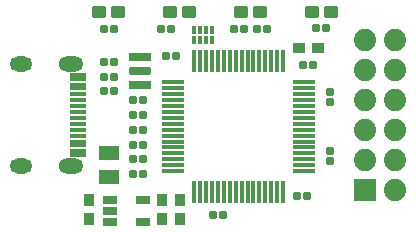
<source format=gts>
G04 Layer: TopSolderMaskLayer*
G04 EasyEDA Pro v2.1.51.8c9149c1.e57db4, 2024-03-20 17:40:01*
G04 Gerber Generator version 0.3*
G04 Scale: 100 percent, Rotated: No, Reflected: No*
G04 Dimensions in millimeters*
G04 Leading zeros omitted, absolute positions, 3 integers and 5 decimals*
%FSLAX35Y35*%
%MOMM*%
%AMRoundRect*1,1,$1,$2,$3*1,1,$1,$4,$5*1,1,$1,0-$2,0-$3*1,1,$1,0-$4,0-$5*20,1,$1,$2,$3,$4,$5,0*20,1,$1,$4,$5,0-$2,0-$3,0*20,1,$1,0-$2,0-$3,0-$4,0-$5,0*20,1,$1,0-$4,0-$5,$2,$3,0*4,1,4,$2,$3,$4,$5,0-$2,0-$3,0-$4,0-$5,$2,$3,0*%
%ADD10RoundRect,0.08771X-0.28977X0.27695X0.28977X0.27695*%
%ADD11RoundRect,0.09164X-0.40518X-0.45518X-0.40518X0.45518*%
%ADD12RoundRect,0.08771X0.28977X-0.27695X-0.28977X-0.27695*%
%ADD13RoundRect,0.17384X0.78968X0.51468X0.78968X-0.51468*%
%ADD14RoundRect,0.08941X0.55875X0.31745X0.55875X-0.31745*%
%ADD15RoundRect,0.08136X-0.16032X0.26282X0.16032X0.26282*%
%ADD16RoundRect,0.08982X-0.85609X-0.3311X-0.85609X0.3311*%
%ADD17RoundRect,0.08722X-0.85739X-0.25739X-0.85739X0.25739*%
%ADD18RoundRect,0.08771X0.27695X0.28977X0.27695X-0.28977*%
%ADD19RoundRect,0.08X0.66X0.16X0.66X-0.16*%
%ADD20O,1.902X1.302*%
%ADD21O,2.102X1.302*%
%ADD22RoundRect,0.08771X-0.27695X-0.28977X-0.27695X0.28977*%
%ADD23O,0.38003X1.90002*%
%ADD24O,1.90002X0.38003*%
%ADD25RoundRect,0.09675X-0.89162X-0.89162X-0.89162X0.89162*%
%ADD26C,1.88*%
%ADD27RoundRect,0.09164X-0.45518X0.40518X0.45518X0.40518*%
%ADD28RoundRect,0.16897X0.46711X-0.41711X-0.46711X-0.41711*%
G75*


G04 Pad Start*
G54D10*
G01X-406719Y-250000D03*
G01X-493282Y-250000D03*
G01X-406717Y-125000D03*
G01X-493281Y-125000D03*
G54D11*
G01X-99975Y-879864D03*
G01X-99975Y-719844D03*
G54D12*
G01X1033311Y424999D03*
G01X946747Y424999D03*
G54D10*
G01X-493282Y125000D03*
G01X-406719Y125000D03*
G54D12*
G01X-656717Y324999D03*
G01X-743280Y324999D03*
G54D10*
G01X-656719Y200000D03*
G01X-743282Y200000D03*
G54D13*
G01X-699999Y-525016D03*
G01X-699999Y-325016D03*
G54D10*
G01X-656719Y450000D03*
G01X-743282Y450000D03*
G54D11*
G01X-864850Y-879864D03*
G01X-864850Y-719844D03*
G01X-249977Y-879864D03*
G01X-249977Y-719844D03*
G54D14*
G01X-689692Y-907757D03*
G01X-689692Y-813777D03*
G01X-689692Y-717257D03*
G01X-410292Y-719797D03*
G01X-410292Y-907757D03*
G54D15*
G01X175006Y632250D03*
G01X124993Y632250D03*
G01X75006Y632250D03*
G01X24994Y632250D03*
G01X175006Y717747D03*
G01X124993Y717747D03*
G01X75006Y717747D03*
G01X24994Y717747D03*
G54D16*
G01X-436565Y255010D03*
G54D17*
G01X-436565Y374999D03*
G54D16*
G01X-436565Y494989D03*
G54D10*
G01X-406717Y0D03*
G01X-493281Y0D03*
G54D12*
G01X-493282Y-500000D03*
G01X-406719Y-500000D03*
G54D10*
G01X556717Y724999D03*
G01X643280Y724999D03*
G54D18*
G01X1175010Y195697D03*
G01X1175010Y109134D03*
G54D12*
G01X268283Y-850007D03*
G01X181720Y-850007D03*
G01X980789Y-687451D03*
G01X894226Y-687451D03*
G01X-743280Y725006D03*
G01X-656717Y725006D03*
G01X356718Y724999D03*
G01X443281Y724999D03*
G01X-255783Y724999D03*
G01X-169220Y724999D03*
G54D10*
G01X1143291Y737506D03*
G01X1056727Y737506D03*
G54D19*
G01X-958494Y335001D03*
G01X-958494Y305003D03*
G01X-958494Y254991D03*
G01X-958494Y224993D03*
G01X-958494Y175006D03*
G01X-958494Y124993D03*
G01X-958494Y75006D03*
G01X-958494Y24994D03*
G01X-958494Y-24994D03*
G01X-958494Y-75006D03*
G01X-958494Y-175006D03*
G01X-958519Y-224993D03*
G01X-958519Y-255016D03*
G01X-958494Y-305003D03*
G01X-958494Y-335001D03*
G01X-958494Y-124968D03*
G54D20*
G01X-1441500Y432003D03*
G01X-1441500Y-432003D03*
G54D21*
G01X-1023492Y-432003D03*
G01X-1023492Y432003D03*
G54D10*
G01X-218283Y500221D03*
G01X-131720Y500221D03*
G54D22*
G01X1175010Y-393284D03*
G01X1175010Y-306721D03*
G54D10*
G01X-493282Y-374999D03*
G01X-406719Y-374999D03*
G54D23*
G01X24994Y454990D03*
G01X75007Y454990D03*
G01X124994Y454990D03*
G01X175007Y454990D03*
G01X224994Y454990D03*
G01X275007Y454990D03*
G01X324994Y454990D03*
G01X375006Y454990D03*
G01X424994Y454990D03*
G01X475006Y454990D03*
G01X524993Y454990D03*
G01X575006Y454990D03*
G01X624993Y454990D03*
G01X675006Y454990D03*
G01X724993Y454990D03*
G01X775006Y454990D03*
G54D24*
G01X954990Y275006D03*
G01X954990Y224993D03*
G01X954990Y175006D03*
G01X954990Y124993D03*
G01X954990Y75006D03*
G01X954990Y24993D03*
G01X954990Y-24994D03*
G01X954990Y-75006D03*
G01X954990Y-124994D03*
G01X954990Y-175006D03*
G01X954990Y-224993D03*
G01X954990Y-275006D03*
G01X954990Y-324993D03*
G01X954990Y-375006D03*
G01X954990Y-424993D03*
G01X954990Y-475006D03*
G54D23*
G01X775006Y-654990D03*
G01X724993Y-654990D03*
G01X675006Y-654990D03*
G01X624993Y-654990D03*
G01X575006Y-654990D03*
G01X524993Y-654990D03*
G01X475006Y-654990D03*
G01X424994Y-654990D03*
G01X375006Y-654990D03*
G01X324994Y-654990D03*
G01X275007Y-654990D03*
G01X224994Y-654990D03*
G01X175007Y-654990D03*
G01X124994Y-654990D03*
G01X75007Y-654990D03*
G01X24994Y-654990D03*
G54D24*
G01X-154990Y-475006D03*
G01X-154990Y-424993D03*
G01X-154990Y-375006D03*
G01X-154990Y-324993D03*
G01X-154990Y-275006D03*
G01X-154990Y-224993D03*
G01X-154990Y-175006D03*
G01X-154990Y-124994D03*
G01X-154990Y-75006D03*
G01X-154990Y-24994D03*
G01X-154990Y24993D03*
G01X-154990Y75006D03*
G01X-154990Y124993D03*
G01X-154990Y175006D03*
G01X-154990Y224993D03*
G01X-154990Y275006D03*
G54D25*
G01X1472997Y-635000D03*
G54D26*
G01X1472997Y-381000D03*
G01X1472997Y-127000D03*
G01X1472997Y127000D03*
G01X1472997Y381000D03*
G01X1472997Y635000D03*
G01X1726997Y-635000D03*
G01X1726997Y-381000D03*
G01X1726997Y-127000D03*
G01X1726997Y127000D03*
G01X1726997Y381000D03*
G01X1726997Y635000D03*
G54D27*
G01X910142Y569980D03*
G01X1070162Y569980D03*
G54D28*
G01X1019999Y875007D03*
G01X1180019Y875007D03*
G01X-780010Y875007D03*
G01X-619990Y875007D03*
G01X419994Y875007D03*
G01X580014Y875007D03*
G01X-180010Y875007D03*
G01X-19990Y875007D03*
G04 Pad End*

M02*

</source>
